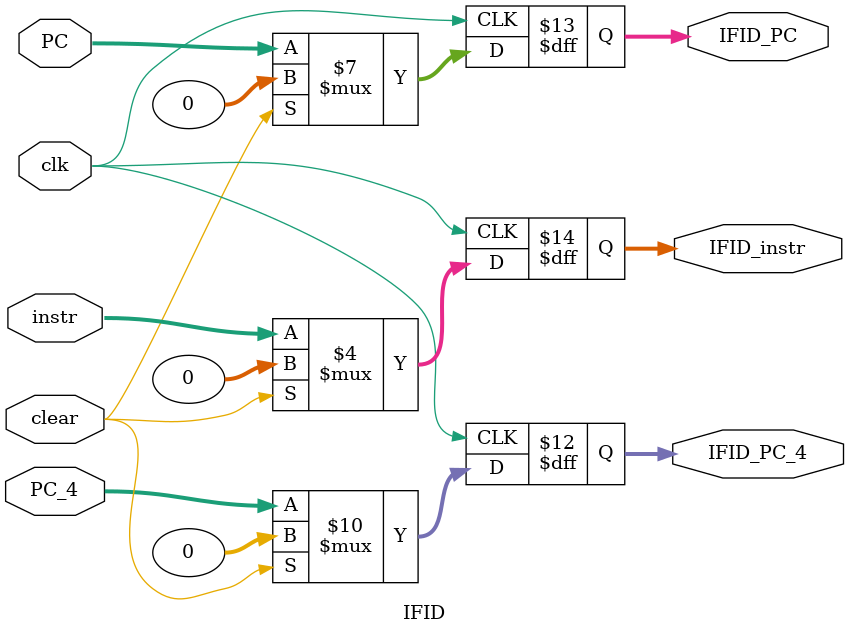
<source format=v>
`timescale 1ns / 1ps


module IFID(
    input clk,
    input clear,
    input [31:0] PC_4,
    input [31:0] PC,
    input [31:0] instr,
    output reg [31:0] IFID_PC_4,
    output reg [31:0] IFID_PC,
    output reg [31:0] IFID_instr
);

initial begin
    IFID_PC_4 <= 0;
    IFID_PC <= 0;
    IFID_instr <= 0;
end

always @(posedge clk)begin
    if(clear) begin
        IFID_PC_4 <= 0;
        IFID_PC <= 0;
        IFID_instr <= 0;
    end
    else begin
        IFID_PC_4 <= PC_4;
        IFID_PC <= PC;
        IFID_instr <= instr;
    end
end

endmodule

</source>
